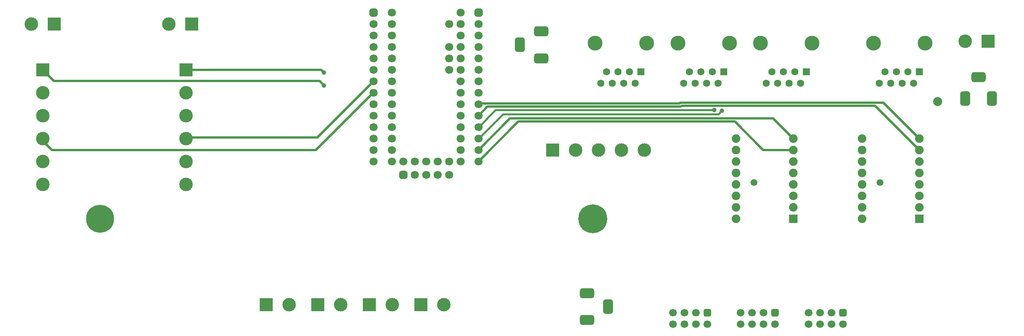
<source format=gbr>
%TF.GenerationSoftware,Altium Limited,Altium Designer,25.8.1 (18)*%
G04 Layer_Physical_Order=3*
G04 Layer_Color=16440176*
%FSLAX45Y45*%
%MOMM*%
%TF.SameCoordinates,54162AFE-A5A8-4166-B9B9-F60AE772EB98*%
%TF.FilePolarity,Positive*%
%TF.FileFunction,Copper,L3,Inr,Signal*%
%TF.Part,Single*%
G01*
G75*
%TA.AperFunction,Conductor*%
%ADD11C,0.50000*%
%TA.AperFunction,ComponentPad*%
%ADD14C,1.80000*%
G04:AMPARAMS|DCode=15|XSize=1.8mm|YSize=1.8mm|CornerRadius=0.45mm|HoleSize=0mm|Usage=FLASHONLY|Rotation=0.000|XOffset=0mm|YOffset=0mm|HoleType=Round|Shape=RoundedRectangle|*
%AMROUNDEDRECTD15*
21,1,1.80000,0.90000,0,0,0.0*
21,1,0.90000,1.80000,0,0,0.0*
1,1,0.90000,0.45000,-0.45000*
1,1,0.90000,-0.45000,-0.45000*
1,1,0.90000,-0.45000,0.45000*
1,1,0.90000,0.45000,0.45000*
%
%ADD15ROUNDEDRECTD15*%
%ADD16C,3.30000*%
%ADD17R,1.60000X1.60000*%
%ADD18C,1.60000*%
G04:AMPARAMS|DCode=19|XSize=1.7mm|YSize=1.7mm|CornerRadius=0.425mm|HoleSize=0mm|Usage=FLASHONLY|Rotation=270.000|XOffset=0mm|YOffset=0mm|HoleType=Round|Shape=RoundedRectangle|*
%AMROUNDEDRECTD19*
21,1,1.70000,0.85000,0,0,270.0*
21,1,0.85000,1.70000,0,0,270.0*
1,1,0.85000,-0.42500,-0.42500*
1,1,0.85000,-0.42500,0.42500*
1,1,0.85000,0.42500,0.42500*
1,1,0.85000,0.42500,-0.42500*
%
%ADD19ROUNDEDRECTD19*%
%ADD20C,1.70000*%
G04:AMPARAMS|DCode=21|XSize=1.8mm|YSize=1.8mm|CornerRadius=0.45mm|HoleSize=0mm|Usage=FLASHONLY|Rotation=90.000|XOffset=0mm|YOffset=0mm|HoleType=Round|Shape=RoundedRectangle|*
%AMROUNDEDRECTD21*
21,1,1.80000,0.90000,0,0,90.0*
21,1,0.90000,1.80000,0,0,90.0*
1,1,0.90000,0.45000,0.45000*
1,1,0.90000,0.45000,-0.45000*
1,1,0.90000,-0.45000,-0.45000*
1,1,0.90000,-0.45000,0.45000*
%
%ADD21ROUNDEDRECTD21*%
G04:AMPARAMS|DCode=22|XSize=3.2mm|YSize=2.2mm|CornerRadius=0.55mm|HoleSize=0mm|Usage=FLASHONLY|Rotation=270.000|XOffset=0mm|YOffset=0mm|HoleType=Round|Shape=RoundedRectangle|*
%AMROUNDEDRECTD22*
21,1,3.20000,1.10000,0,0,270.0*
21,1,2.10000,2.20000,0,0,270.0*
1,1,1.10000,-0.55000,-1.05000*
1,1,1.10000,-0.55000,1.05000*
1,1,1.10000,0.55000,1.05000*
1,1,1.10000,0.55000,-1.05000*
%
%ADD22ROUNDEDRECTD22*%
G04:AMPARAMS|DCode=23|XSize=3.2mm|YSize=2.2mm|CornerRadius=0.55mm|HoleSize=0mm|Usage=FLASHONLY|Rotation=180.000|XOffset=0mm|YOffset=0mm|HoleType=Round|Shape=RoundedRectangle|*
%AMROUNDEDRECTD23*
21,1,3.20000,1.10000,0,0,180.0*
21,1,2.10000,2.20000,0,0,180.0*
1,1,1.10000,-1.05000,0.55000*
1,1,1.10000,1.05000,0.55000*
1,1,1.10000,1.05000,-0.55000*
1,1,1.10000,-1.05000,-0.55000*
%
%ADD23ROUNDEDRECTD23*%
%ADD24R,3.00000X3.00000*%
%ADD25C,3.00000*%
%ADD26R,3.00000X3.00000*%
%ADD27R,1.90000X1.90000*%
%ADD28C,1.90000*%
%TA.AperFunction,ViaPad*%
%ADD29C,1.00000*%
%ADD30C,1.50000*%
%ADD31C,2.00000*%
%ADD32C,6.40000*%
%ADD33C,6.20000*%
%TA.AperFunction,Conductor*%
%ADD34C,0.40000*%
D11*
X16736581Y6825000D02*
X17399089D01*
X10424000D02*
X11124000Y7525000D01*
X16953090D02*
X17399091Y7079000D01*
X11308000Y7455000D02*
X16106581D01*
X11124000Y7525000D02*
X16953090D01*
X16106581Y7455000D02*
X16736581Y6825000D01*
X10424000Y6571000D02*
X11308000Y7455000D01*
X10622164Y7785164D02*
X14907709D01*
X19397090Y7875000D02*
X20193089Y7079000D01*
X14927545Y7805000D02*
X19213091D01*
X14898550Y7875000D02*
X19397090D01*
X10438164Y7855164D02*
X14878714D01*
X14907709Y7785164D02*
X14927545Y7805000D01*
X14878714Y7855164D02*
X14898550Y7875000D01*
X19213091Y7805000D02*
X20193089Y6825000D01*
X10424000Y7587000D02*
X10622164Y7785164D01*
X10424000Y7841000D02*
X10438164Y7855164D01*
X17399089Y6825000D02*
X17399091Y6825000D01*
X1015090Y8350000D02*
X6900000D01*
X7000000Y8250000D01*
X6935376Y8603000D02*
X7000000Y8538376D01*
X3937090Y8603000D02*
X6935376D01*
X762090D02*
X1015090Y8350000D01*
X6820000Y6820000D02*
X8100000Y8100000D01*
X6851000Y7100000D02*
X8100000Y8349000D01*
X3937090Y7079000D02*
X3958090Y7100000D01*
X6851000D01*
X967500Y6820000D02*
X6820000D01*
X762090Y7025410D02*
X967500Y6820000D01*
X762090Y7025410D02*
Y7079000D01*
D14*
X10424000Y9111000D02*
D03*
Y9365000D02*
D03*
Y9619000D02*
D03*
Y8095000D02*
D03*
Y8349000D02*
D03*
Y8603000D02*
D03*
Y8857000D02*
D03*
Y7079000D02*
D03*
Y7333000D02*
D03*
Y7587000D02*
D03*
Y7841000D02*
D03*
Y6571000D02*
D03*
Y6825000D02*
D03*
X8100000D02*
D03*
Y6571000D02*
D03*
Y7841000D02*
D03*
Y7587000D02*
D03*
Y7333000D02*
D03*
Y7079000D02*
D03*
Y8857000D02*
D03*
Y8603000D02*
D03*
Y8349000D02*
D03*
Y8095000D02*
D03*
Y9619000D02*
D03*
Y9365000D02*
D03*
Y9111000D02*
D03*
X9770000Y6271000D02*
D03*
X9008000D02*
D03*
X9262000D02*
D03*
X9516000D02*
D03*
X8500000Y9873000D02*
D03*
Y9619000D02*
D03*
Y9365000D02*
D03*
Y9111000D02*
D03*
Y8857000D02*
D03*
Y8603000D02*
D03*
Y8349000D02*
D03*
Y8095000D02*
D03*
Y7841000D02*
D03*
Y7587000D02*
D03*
Y7333000D02*
D03*
Y7079000D02*
D03*
Y6825000D02*
D03*
Y6571000D02*
D03*
X8754000D02*
D03*
X9008000D02*
D03*
X9262000D02*
D03*
X9516000D02*
D03*
X9770000D02*
D03*
X10024000D02*
D03*
Y6825000D02*
D03*
Y7079000D02*
D03*
Y7333000D02*
D03*
Y7587000D02*
D03*
Y7841000D02*
D03*
Y8095000D02*
D03*
Y8349000D02*
D03*
Y8603000D02*
D03*
Y8857000D02*
D03*
Y9111000D02*
D03*
Y9365000D02*
D03*
Y9619000D02*
D03*
Y9873000D02*
D03*
X9770000Y9619000D02*
D03*
Y9111000D02*
D03*
Y8857000D02*
D03*
Y8603000D02*
D03*
D15*
X10424000Y9873000D02*
D03*
X8100000D02*
D03*
D16*
X15985600Y9189000D02*
D03*
X14842599D02*
D03*
X16677600Y9189000D02*
D03*
X17820599D02*
D03*
X13007600D02*
D03*
X14150600D02*
D03*
X19177600Y9189000D02*
D03*
X20320599D02*
D03*
D17*
X15858600Y8554000D02*
D03*
X17693600Y8554000D02*
D03*
X14023599D02*
D03*
X20193600Y8554000D02*
D03*
D18*
X15604601D02*
D03*
X15350600D02*
D03*
X15096600D02*
D03*
X15731599Y8300000D02*
D03*
X15477600D02*
D03*
X15223599D02*
D03*
X14969600D02*
D03*
X16804601Y8300000D02*
D03*
X17058600D02*
D03*
X17312601D02*
D03*
X17566600D02*
D03*
X16931599Y8554000D02*
D03*
X17185600D02*
D03*
X17439600D02*
D03*
X13134599Y8300000D02*
D03*
X13388600D02*
D03*
X13642599D02*
D03*
X13896600D02*
D03*
X13261600Y8554000D02*
D03*
X13515601D02*
D03*
X13769600D02*
D03*
X19304601Y8300000D02*
D03*
X19558600D02*
D03*
X19812601D02*
D03*
X20066600D02*
D03*
X19431599Y8554000D02*
D03*
X19685600D02*
D03*
X19939600D02*
D03*
D19*
X18500000Y3215000D02*
D03*
X17000000D02*
D03*
X15500000D02*
D03*
D20*
X18246001D02*
D03*
X18500000Y2961000D02*
D03*
X18246001D02*
D03*
X17992000Y3215000D02*
D03*
Y2961000D02*
D03*
X17738000Y3215000D02*
D03*
Y2961000D02*
D03*
X16238000D02*
D03*
Y3215000D02*
D03*
X16492000Y2961000D02*
D03*
Y3215000D02*
D03*
X16746001Y2961000D02*
D03*
X17000000D02*
D03*
X16746001Y3215000D02*
D03*
X14738000Y2961000D02*
D03*
Y3215000D02*
D03*
X14992000Y2961000D02*
D03*
Y3215000D02*
D03*
X15246001Y2961000D02*
D03*
X15500000D02*
D03*
X15246001Y3215000D02*
D03*
D21*
X8754000Y6271000D02*
D03*
D22*
X11341090Y9157000D02*
D03*
X21809090Y7968000D02*
D03*
X21209090D02*
D03*
X13297090Y3350000D02*
D03*
D23*
X11811090Y9457000D02*
D03*
Y8857000D02*
D03*
X21509090Y8438000D02*
D03*
X12827090Y3050000D02*
D03*
Y3650000D02*
D03*
D24*
X4064090Y9619000D02*
D03*
X1016000D02*
D03*
X21717090Y9238000D02*
D03*
X5715090Y3396000D02*
D03*
X9144090D02*
D03*
X8001090D02*
D03*
X6858090D02*
D03*
X12065090Y6825000D02*
D03*
D25*
X3556090Y9619000D02*
D03*
X508000D02*
D03*
X21209090Y9238000D02*
D03*
X6223090Y3396000D02*
D03*
X9652090D02*
D03*
X8509090D02*
D03*
X7366090D02*
D03*
X762090Y7079000D02*
D03*
Y7587000D02*
D03*
Y8095000D02*
D03*
Y6571000D02*
D03*
Y6063000D02*
D03*
X3937090Y7079000D02*
D03*
Y7587000D02*
D03*
Y8095000D02*
D03*
Y6571000D02*
D03*
Y6063000D02*
D03*
X13589090Y6825000D02*
D03*
X13081090D02*
D03*
X12573090D02*
D03*
X14097090D02*
D03*
D26*
X762090Y8603000D02*
D03*
X3937090D02*
D03*
D27*
X17399091Y5301000D02*
D03*
X20193089D02*
D03*
D28*
X17399091Y5555000D02*
D03*
Y5809000D02*
D03*
Y6063000D02*
D03*
Y6317000D02*
D03*
Y6571000D02*
D03*
Y6825000D02*
D03*
Y7079000D02*
D03*
X16129089Y5301000D02*
D03*
Y5555000D02*
D03*
Y5809000D02*
D03*
Y6063000D02*
D03*
Y6317000D02*
D03*
Y6571000D02*
D03*
Y6825000D02*
D03*
Y7079000D02*
D03*
X20193089Y5555000D02*
D03*
Y5809000D02*
D03*
Y6063000D02*
D03*
Y6317000D02*
D03*
Y6571000D02*
D03*
Y6825000D02*
D03*
Y7079000D02*
D03*
X18923090Y5301000D02*
D03*
Y5555000D02*
D03*
Y5809000D02*
D03*
Y6063000D02*
D03*
Y6317000D02*
D03*
Y6571000D02*
D03*
Y6825000D02*
D03*
Y7079000D02*
D03*
D29*
X15650000Y7710000D02*
D03*
X15822501Y7692500D02*
D03*
X7000000Y8250000D02*
D03*
Y8538376D02*
D03*
D30*
X16529100Y6100000D02*
D03*
X19323100D02*
D03*
D31*
X20600000Y7900000D02*
D03*
D32*
X12954100Y5301000D02*
D03*
D33*
X2032100D02*
D03*
D34*
X15811937Y7692500D02*
X15822501D01*
X10800999Y7710000D02*
X15649998D01*
X15650000Y7710000D01*
X10424000Y7079000D02*
X10965000Y7620000D01*
X15739436D01*
X15811937Y7692500D01*
X10424000Y7333000D02*
X10800999Y7710000D01*
%TF.MD5,e2e46af92950bad9763a40fb36cbb995*%
M02*

</source>
